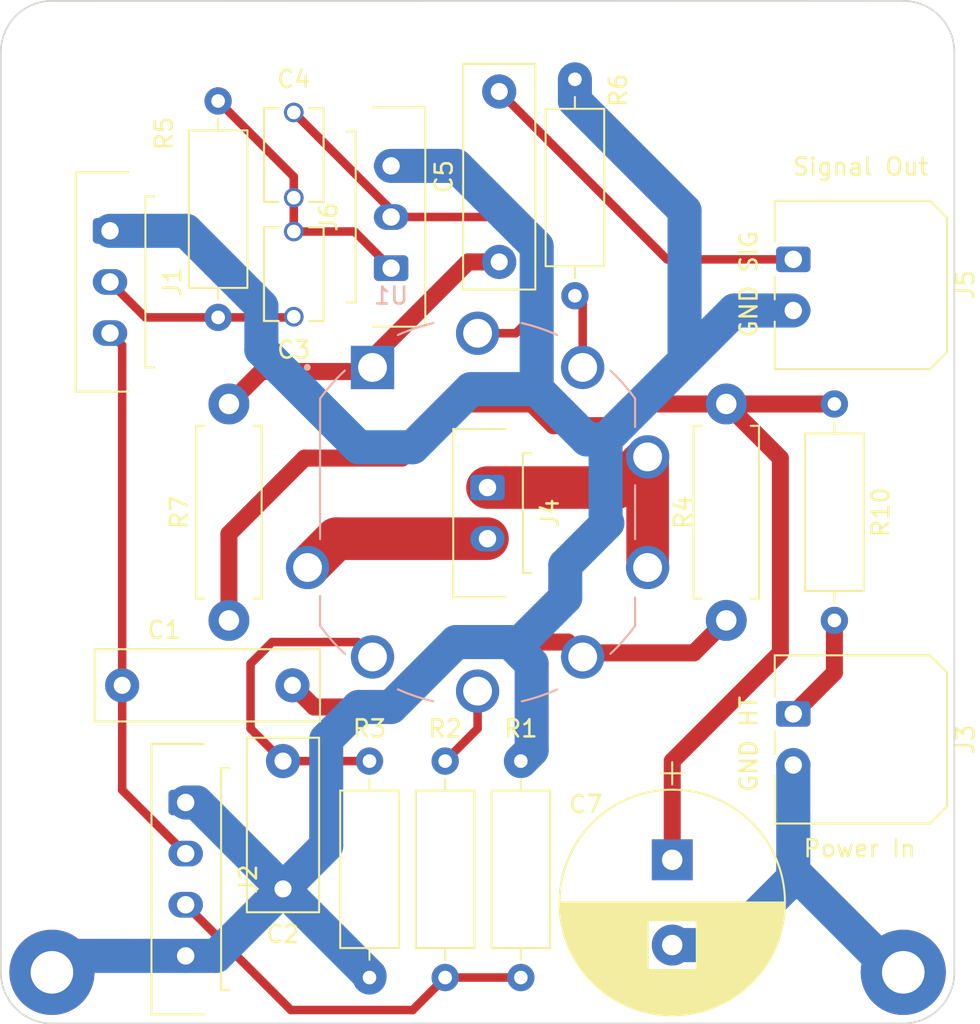
<source format=kicad_pcb>
(kicad_pcb (version 20221018) (generator pcbnew)
  (title_block (title "Gain Module 1") (date "2024-05-30"))
  (layers (0 "F.Cu" signal) (31 "B.Cu" signal) (34 "B.Paste" user) (35 "F.Paste" user) (36 "B.SilkS" user "B.Silkscreen") (37 "F.SilkS" user "F.Silkscreen") (38 "B.Mask" user) (39 "F.Mask" user) (44 "Edge.Cuts" user))
  (net 0 "")
  (net 1 "Net-(J1-Pin_3)")
  (net 2 "Net-(U1A-A)")
  (net 3 "Net-(U1A-K)")
  (net 4 "GND")
  (net 5 "Net-(J1-Pin_2)")
  (net 6 "Net-(J6-Pin_1)")
  (net 7 "Net-(J6-Pin_2)")
  (net 8 "Net-(U1B-A)")
  (net 9 "Net-(J5-Pin_1)")
  (net 10 "HT")
  (net 11 "GND1")
  (net 12 "Net-(J2-Pin_3)")
  (net 13 "Net-(J3-Pin_1)")
  (net 14 "Net-(J4-Pin_1)")
  (net 15 "Net-(J4-Pin_2)")
  (net 16 "Net-(U1A-G)")
  (net 17 "Net-(U1B-K)")
  (footprint "CustomFootprints:FG26 Cap" (layer "F.Cu") (at 132.715 72.39 90)
    (fp_text reference "C3" (at -4.445 0 180) (layer "F.SilkS"))
    (fp_text value "470p")
    (pad "1" thru_hole circle (at -2.5 0 90) (size 1.15 1.15) (drill 0.8) (layers "*.Cu" "*.Mask") (net 5 "Net-(J1-Pin_2)"))
    (pad "2" thru_hole circle (at 2.5 0 90) (size 1.15 1.15) (drill 0.8) (layers "*.Cu" "*.Mask") (net 6 "Net-(J6-Pin_1)"))
  )
  (footprint "MountingHole:MountingHole_2.5mm" (layer "F.Cu") (at 118.51 59.36)
    (fp_text reference "REF**" hide)
    (fp_text value "MountingHole_2.5mm" hide)
    (pad "" np_thru_hole circle (at 0 0) (size 2.5 2.5) (drill 2.5) (layers "F&B.Cu" "*.Mask"))
  )
  (footprint "Capacitor_THT:C_Rect_L13.0mm_W4.0mm_P10.00mm_FKS3_FKP3_MKS4" (layer "F.Cu") (at 144.78 71.675 90)
    (fp_text reference "C5" (at 5 -3.25 90) (layer "F.SilkS"))
    (fp_text value "22n")
    (pad "1" thru_hole circle (at 0 0 90) (size 2 2) (drill 1) (layers "*.Cu" "*.Mask") (net 8 "Net-(U1B-A)"))
    (pad "2" thru_hole circle (at 10 0 90) (size 2 2) (drill 1) (layers "*.Cu" "*.Mask") (net 9 "Net-(J5-Pin_1)"))
  )
  (footprint "CustomFootprints:FG26 Cap" (layer "F.Cu") (at 132.715 65.405 90)
    (fp_text reference "C4" (at 4.445 0 180) (layer "F.SilkS"))
    (fp_text value "1n")
    (pad "1" thru_hole circle (at -2.5 0 90) (size 1.15 1.15) (drill 0.8) (layers "*.Cu" "*.Mask") (net 6 "Net-(J6-Pin_1)"))
    (pad "2" thru_hole circle (at 2.5 0 90) (size 1.15 1.15) (drill 0.8) (layers "*.Cu" "*.Mask") (net 7 "Net-(J6-Pin_2)"))
  )
  (footprint "Resistor_THT:R_Axial_DIN0411_L9.9mm_D3.6mm_P12.70mm_Horizontal" (layer "F.Cu") (at 158.115 80.01 -90)
    (fp_text reference "R4" (at 6.35 2.54 -90) (layer "F.SilkS"))
    (fp_text value "100K")
    (pad "1" thru_hole circle (at 0 0 270) (size 2.4 2.4) (drill 1.2) (layers "*.Cu" "*.Mask") (net 10 "HT"))
    (pad "2" thru_hole oval (at 12.7 0 270) (size 2.4 2.4) (drill 1.2) (layers "*.Cu" "*.Mask") (net 2 "Net-(U1A-A)"))
  )
  (footprint "Resistor_THT:R_Axial_DIN0309_L9.0mm_D3.2mm_P12.70mm_Horizontal" (layer "F.Cu") (at 146.05 100.965 -90)
    (fp_text reference "R1" (at -1.905 0 -180) (layer "F.SilkS"))
    (fp_text value "1M")
    (pad "1" thru_hole circle (at 0 0 270) (size 1.6 1.6) (drill 0.8) (layers "*.Cu" "*.Mask") (net 4 "GND"))
    (pad "2" thru_hole oval (at 12.7 0 270) (size 1.6 1.6) (drill 0.8) (layers "*.Cu" "*.Mask") (net 12 "Net-(J2-Pin_3)"))
  )
  (footprint "CustomFootprints:Molex_Micro-Fit_3.0_43650-0200_1x02_P3.00mm_Horizontal" (layer "F.Cu") (at 162.05 98.195 -90)
    (fp_text reference "J3" (at 1.5 -10.12 -90) (layer "F.SilkS"))
    (fp_text value "HV")
    (pad "" np_thru_hole circle (at 1.5 -4.32 270) (size 3 3) (drill 3) (layers "*.Cu" "*.Mask"))
    (pad "1" thru_hole roundrect (at 0 0 270) (size 1.5 2.02) (drill 1.02) (layers "*.Cu" "*.Mask") (roundrect_rratio 0.166667) (net 13 "Net-(J3-Pin_1)"))
    (pad "2" thru_hole oval (at 3 0 270) (size 1.5 2.02) (drill 1.02) (layers "*.Cu" "*.Mask") (net 11 "GND1"))
  )
  (footprint "Capacitor_THT:CP_Radial_D13.0mm_P5.00mm" (layer "F.Cu") (at 154.94 106.76 -90)
    (fp_text reference "C7" (at -3.255 5.08) (layer "F.SilkS"))
    (fp_text value "20uF")
    (pad "1" thru_hole rect (at 0 0 270) (size 2.4 2.4) (drill 1.2) (layers "*.Cu" "*.Mask") (net 10 "HT"))
    (pad "2" thru_hole circle (at 5 0 270) (size 2.4 2.4) (drill 1.2) (layers "*.Cu" "*.Mask") (net 11 "GND1"))
  )
  (footprint "CustomFootprints:Molex_Micro-Fit_3.0_43650-0315_1x03_P3.00mm_Vertical" (layer "F.Cu") (at 121.92 69.85 -90)
    (fp_text reference "J1" (at 3 -3.67 -90) (layer "F.SilkS"))
    (fp_text value "Low Jack")
    (pad "" np_thru_hole circle (at -3 -1.96 270) (size 1.27 1.27) (drill 1.27) (layers "*.Cu" "*.Mask"))
    (pad "" np_thru_hole circle (at 9 -1.96 270) (size 1.27 1.27) (drill 1.27) (layers "*.Cu" "*.Mask"))
    (pad "1" thru_hole roundrect (at 0 0 270) (size 1.5 2.02) (drill 1.02) (layers "*.Cu" "*.Mask") (roundrect_rratio 0.166667) (net 4 "GND"))
    (pad "2" thru_hole oval (at 3 0 270) (size 1.5 2.02) (drill 1.02) (layers "*.Cu" "*.Mask") (net 5 "Net-(J1-Pin_2)"))
    (pad "3" thru_hole oval (at 6 0 270) (size 1.5 2.02) (drill 1.02) (layers "*.Cu" "*.Mask") (net 1 "Net-(J1-Pin_3)"))
  )
  (footprint "CustomFootprints:Molex_Micro-Fit_3.0_43650-0315_1x03_P3.00mm_Vertical" (layer "F.Cu") (at 138.43 72.04 90)
    (fp_text reference "J6" (at 3 -3.67 90) (layer "F.SilkS"))
    (fp_text value "Vol")
    (pad "" np_thru_hole circle (at -3 -1.96 90) (size 1.27 1.27) (drill 1.27) (layers "*.Cu" "*.Mask"))
    (pad "" np_thru_hole circle (at 9 -1.96 90) (size 1.27 1.27) (drill 1.27) (layers "*.Cu" "*.Mask"))
    (pad "1" thru_hole roundrect (at 0 0 90) (size 1.5 2.02) (drill 1.02) (layers "*.Cu" "*.Mask") (roundrect_rratio 0.166667) (net 6 "Net-(J6-Pin_1)"))
    (pad "2" thru_hole oval (at 3 0 90) (size 1.5 2.02) (drill 1.02) (layers "*.Cu" "*.Mask") (net 7 "Net-(J6-Pin_2)"))
    (pad "3" thru_hole oval (at 6 0 90) (size 1.5 2.02) (drill 1.02) (layers "*.Cu" "*.Mask") (net 4 "GND"))
  )
  (footprint "Resistor_THT:R_Axial_DIN0309_L9.0mm_D3.2mm_P12.70mm_Horizontal" (layer "F.Cu") (at 149.225 60.96 -90)
    (fp_text reference "R6" (at 0.635 -2.54 -90) (layer "F.SilkS"))
    (fp_text value "10K ")
    (pad "1" thru_hole circle (at 0 0 270) (size 1.6 1.6) (drill 0.8) (layers "*.Cu" "*.Mask") (net 4 "GND"))
    (pad "2" thru_hole oval (at 12.7 0 270) (size 1.6 1.6) (drill 0.8) (layers "*.Cu" "*.Mask") (net 17 "Net-(U1B-K)"))
  )
  (footprint "Resistor_THT:R_Axial_DIN0309_L9.0mm_D3.2mm_P12.70mm_Horizontal" (layer "F.Cu") (at 128.27 62.23 -90)
    (fp_text reference "R5" (at 1.905 3.175 -90) (layer "F.SilkS"))
    (fp_text value "470K")
    (pad "1" thru_hole circle (at 0 0 270) (size 1.6 1.6) (drill 0.8) (layers "*.Cu" "*.Mask") (net 6 "Net-(J6-Pin_1)"))
    (pad "2" thru_hole oval (at 12.7 0 270) (size 1.6 1.6) (drill 0.8) (layers "*.Cu" "*.Mask") (net 5 "Net-(J1-Pin_2)"))
  )
  (footprint "Resistor_THT:R_Axial_DIN0309_L9.0mm_D3.2mm_P12.70mm_Horizontal" (layer "F.Cu") (at 141.605 113.665 90)
    (fp_text reference "R2" (at 14.605 0 180) (layer "F.SilkS"))
    (fp_text value "68K")
    (pad "1" thru_hole circle (at 0 0 90) (size 1.6 1.6) (drill 0.8) (layers "*.Cu" "*.Mask") (net 12 "Net-(J2-Pin_3)"))
    (pad "2" thru_hole oval (at 12.7 0 90) (size 1.6 1.6) (drill 0.8) (layers "*.Cu" "*.Mask") (net 16 "Net-(U1A-G)"))
  )
  (footprint "MountingHole:MountingHole_2.5mm" (layer "F.Cu") (at 168.51 59.36)
    (fp_text reference "REF**" hide)
    (fp_text value "MountingHole_2.5mm" hide)
    (pad "" np_thru_hole circle (at 0 0) (size 2.5 2.5) (drill 2.5) (layers "F&B.Cu" "*.Mask"))
  )
  (footprint "CustomFootprints:Molex_Micro-Fit_3.0_43650-0215_1x02_P3.00mm_Vertical" (layer "F.Cu") (at 144.09 84.915 -90)
    (fp_text reference "J4" (at 1.5 -3.67 -90) (layer "F.SilkS"))
    (fp_text value "Heater")
    (pad "" np_thru_hole circle (at -3 -1.96 270) (size 1.27 1.27) (drill 1.27) (layers "*.Cu" "*.Mask"))
    (pad "" np_thru_hole circle (at 6 -1.96 270) (size 1.27 1.27) (drill 1.27) (layers "*.Cu" "*.Mask"))
    (pad "1" thru_hole roundrect (at 0 0 270) (size 1.5 2.02) (drill 1.02) (layers "*.Cu" "*.Mask") (roundrect_rratio 0.166667) (net 14 "Net-(J4-Pin_1)"))
    (pad "2" thru_hole oval (at 3 0 270) (size 1.5 2.02) (drill 1.02) (layers "*.Cu" "*.Mask") (net 15 "Net-(J4-Pin_2)"))
  )
  (footprint "CustomFootprints:Molex_Micro-Fit_3.0_43650-0200_1x02_P3.00mm_Horizontal" (layer "F.Cu") (at 162.05 71.525 -90)
    (fp_text reference "J5" (at 1.5 -10.12 -90) (layer "F.SilkS"))
    (fp_text value "Signal")
    (pad "" np_thru_hole circle (at 1.5 -4.32 270) (size 3 3) (drill 3) (layers "*.Cu" "*.Mask"))
    (pad "1" thru_hole roundrect (at 0 0 270) (size 1.5 2.02) (drill 1.02) (layers "*.Cu" "*.Mask") (roundrect_rratio 0.166667) (net 9 "Net-(J5-Pin_1)"))
    (pad "2" thru_hole oval (at 3 0 270) (size 1.5 2.02) (drill 1.02) (layers "*.Cu" "*.Mask") (net 4 "GND"))
  )
  (footprint "MountingHole:MountingHole_2.5mm_Pad" (layer "F.Cu") (at 118.51 113.36)
    (fp_text reference "REF**" hide)
    (fp_text value "MountingHole_2.5mm_Pad" hide)
    (pad "1" thru_hole circle (at 0 0) (size 5 5) (drill 2.5) (layers "*.Cu" "*.Mask") (net 4 "GND"))
  )
  (footprint "Capacitor_THT:C_Rect_L10.0mm_W4.0mm_P7.50mm_MKS4" (layer "F.Cu") (at 132.08 100.965 -90)
    (fp_text reference "C2" (at 10.16 0 -180) (layer "F.SilkS"))
    (fp_text value "0.68uF")
    (pad "1" thru_hole circle (at 0 0 270) (size 2 2) (drill 1) (layers "*.Cu" "*.Mask") (net 3 "Net-(U1A-K)"))
    (pad "2" thru_hole circle (at 7.5 0 270) (size 2 2) (drill 1) (layers "*.Cu" "*.Mask") (net 4 "GND"))
  )
  (footprint "Resistor_THT:R_Axial_DIN0309_L9.0mm_D3.2mm_P12.70mm_Horizontal" (layer "F.Cu") (at 164.465 80.01 -90)
    (fp_text reference "R10" (at 6.35 -2.72 90) (layer "F.SilkS"))
    (fp_text value "10K")
    (pad "1" thru_hole circle (at 0 0 270) (size 1.6 1.6) (drill 0.8) (layers "*.Cu" "*.Mask") (net 10 "HT"))
    (pad "2" thru_hole oval (at 12.7 0 270) (size 1.6 1.6) (drill 0.8) (layers "*.Cu" "*.Mask") (net 13 "Net-(J3-Pin_1)"))
  )
  (footprint "Resistor_THT:R_Axial_DIN0309_L9.0mm_D3.2mm_P12.70mm_Horizontal" (layer "F.Cu") (at 137.16 113.665 90)
    (fp_text reference "R3" (at 14.605 0 180) (layer "F.SilkS"))
    (fp_text value "2K7 ")
    (pad "1" thru_hole circle (at 0 0 90) (size 1.6 1.6) (drill 0.8) (layers "*.Cu" "*.Mask") (net 4 "GND"))
    (pad "2" thru_hole oval (at 12.7 0 90) (size 1.6 1.6) (drill 0.8) (layers "*.Cu" "*.Mask") (net 3 "Net-(U1A-K)"))
  )
  (footprint "Resistor_THT:R_Axial_DIN0411_L9.9mm_D3.6mm_P12.70mm_Horizontal" (layer "F.Cu") (at 128.905 92.71 90)
    (fp_text reference "R7" (at 6.35 -2.92 90) (layer "F.SilkS"))
    (fp_text value "100K")
    (pad "1" thru_hole circle (at 0 0 90) (size 2.4 2.4) (drill 1.2) (layers "*.Cu" "*.Mask") (net 10 "HT"))
    (pad "2" thru_hole oval (at 12.7 0 90) (size 2.4 2.4) (drill 1.2) (layers "*.Cu" "*.Mask") (net 8 "Net-(U1B-A)"))
  )
  (footprint "Capacitor_THT:C_Rect_L13.0mm_W4.0mm_P10.00mm_FKS3_FKP3_MKS4" (layer "F.Cu") (at 122.635 96.52)
    (fp_text reference "C1" (at 2.46 -3.25) (layer "F.SilkS"))
    (fp_text value "22n")
    (pad "1" thru_hole circle (at 0 0) (size 2 2) (drill 1) (layers "*.Cu" "*.Mask") (net 1 "Net-(J1-Pin_3)"))
    (pad "2" thru_hole circle (at 10 0) (size 2 2) (drill 1) (layers "*.Cu" "*.Mask") (net 2 "Net-(U1A-A)"))
  )
  (footprint "CustomFootprints:Molex_Micro-Fit_3.0_43650-0415_1x04_P3.00mm_Vertical" (layer "F.Cu") (at 126.365 103.395 -90)
    (fp_text reference "J2" (at 4.5 -3.67 -90) (layer "F.SilkS"))
    (fp_text value "High Jack")
    (pad "" np_thru_hole circle (at -3 -1.96 270) (size 1.27 1.27) (drill 1.27) (layers "*.Cu" "*.Mask"))
    (pad "" np_thru_hole circle (at 12 -1.96 270) (size 1.27 1.27) (drill 1.27) (layers "*.Cu" "*.Mask"))
    (pad "1" thru_hole roundrect (at 0 0 270) (size 1.5 2.02) (drill 1.02) (layers "*.Cu" "*.Mask") (roundrect_rratio 0.166667) (net 4 "GND"))
    (pad "2" thru_hole oval (at 3 0 270) (size 1.5 2.02) (drill 1.02) (layers "*.Cu" "*.Mask") (net 1 "Net-(J1-Pin_3)"))
    (pad "3" thru_hole oval (at 6 0 270) (size 1.5 2.02) (drill 1.02) (layers "*.Cu" "*.Mask") (net 12 "Net-(J2-Pin_3)"))
    (pad "4" thru_hole oval (at 9 0 270) (size 1.5 2.02) (drill 1.02) (layers "*.Cu" "*.Mask") (net 4 "GND"))
  )
  (footprint "MountingHole:MountingHole_2.5mm_Pad" (layer "F.Cu") (at 168.51 113.36)
    (fp_text reference "REF**" hide)
    (fp_text value "MountingHole_2.5mm_Pad" hide)
    (pad "1" thru_hole circle (at 0 0) (size 5 5) (drill 2.5) (layers "*.Cu" "*.Mask") (net 11 "GND1"))
  )
  (footprint "CustomFootprints:BELTON_VT9-PT" (layer "B.Cu") (at 143.51 86.36 180)
    (fp_text reference "U1" (at 5.08 12.7) (layer "B.SilkS") (effects (justify mirror)))
    (fp_text value "ECC83")
    (pad "1" thru_hole rect (at 6.1717 8.4946 180) (size 2.54 2.54) (drill 1.69) (layers "*.Cu" "*.Mask") (net 8 "Net-(U1B-A)"))
    (pad "2" thru_hole circle (at 0 10.5 180) (size 2.54 2.54) (drill 1.69) (layers "*.Cu" "*.Mask") (net 7 "Net-(J6-Pin_2)"))
    (pad "3" thru_hole circle (at -6.1717 8.4946 180) (size 2.54 2.54) (drill 1.69) (layers "*.Cu" "*.Mask") (net 17 "Net-(U1B-K)"))
    (pad "4" thru_hole circle (at -9.986 3.2446 180) (size 2.54 2.54) (drill 1.69) (layers "*.Cu" "*.Mask") (net 14 "Net-(J4-Pin_1)"))
    (pad "5" thru_hole circle (at -9.986 -3.2446 180) (size 2.54 2.54) (drill 1.69) (layers "*.Cu" "*.Mask") (net 14 "Net-(J4-Pin_1)"))
    (pad "6" thru_hole circle (at -6.1717 -8.4946 180) (size 2.54 2.54) (drill 1.69) (layers "*.Cu" "*.Mask") (net 2 "Net-(U1A-A)"))
    (pad "7" thru_hole circle (at 0 -10.5 180) (size 2.54 2.54) (drill 1.69) (layers "*.Cu" "*.Mask") (net 16 "Net-(U1A-G)"))
    (pad "8" thru_hole circle (at 6.1717 -8.4946 180) (size 2.54 2.54) (drill 1.69) (layers "*.Cu" "*.Mask") (net 3 "Net-(U1A-K)"))
    (pad "9" thru_hole circle (at 9.986 -3.2446 180) (size 2.54 2.54) (drill 1.69) (layers "*.Cu" "*.Mask") (net 15 "Net-(J4-Pin_2)"))
  )
  (gr_arc (start 171.51 113.36) (mid 170.63132 115.48132) (end 168.51 116.36) (stroke (width 0.1)) (layer "Edge.Cuts"))
  (gr_line (start 171.51 59.36) (end 171.51 113.36) (stroke (width 0.1)) (layer "Edge.Cuts"))
  (gr_arc (start 168.51 56.36) (mid 170.63132 57.23868) (end 171.51 59.36) (stroke (width 0.1)) (layer "Edge.Cuts"))
  (gr_line (start 118.51 56.364092) (end 168.51 56.355908) (stroke (width 0.1)) (layer "Edge.Cuts"))
  (gr_line (start 115.51 59.36) (end 115.51 113.36) (stroke (width 0.1)) (layer "Edge.Cuts"))
  (gr_arc (start 115.51 59.36) (mid 116.38868 57.23868) (end 118.51 56.36) (stroke (width 0.1)) (layer "Edge.Cuts"))
  (gr_arc (start 118.51 116.36) (mid 116.38868 115.48132) (end 115.51 113.36) (stroke (width 0.1)) (layer "Edge.Cuts"))
  (gr_line (start 168.51 116.36) (end 118.51 116.36) (stroke (width 0.1)) (layer "Edge.Cuts"))
  (gr_text "SIG" (at 160.02 72.39 90) (layer "F.SilkS") (effects (font (size 1 1)) (justify left bottom)))
  (gr_text "GND" (at 160.02 102.87 90) (layer "F.SilkS") (effects (font (size 1 1)) (justify left bottom)))
  (gr_text "Power In" (at 162.56 106.68) (layer "F.SilkS") (effects (font (size 1 1)) (justify left bottom)))
  (gr_text "GND" (at 160.02 76.2 90) (layer "F.SilkS") (effects (font (size 1 1)) (justify left bottom)))
  (gr_text "HT" (at 160.02 99.06 90) (layer "F.SilkS") (effects (font (size 1 1)) (justify left bottom)))
  (gr_text "Signal Out" (at 161.925 66.675) (layer "F.SilkS") (effects (font (size 1 1)) (justify left bottom)))
  (segment (start 126.365 106.395) (end 122.635 102.665) (width 0.5) (layer "F.Cu") (net 1))
  (segment (start 122.635 76.565) (end 121.92 75.85) (width 0.5) (layer "F.Cu") (net 1))
  (segment (start 122.635 102.665) (end 122.635 96.52) (width 0.5) (layer "F.Cu") (net 1))
  (segment (start 122.635 96.52) (end 122.635 76.565) (width 0.5) (layer "F.Cu") (net 1))
  (segment (start 158.115 92.71) (end 156.21 94.615) (width 1) (layer "F.Cu") (net 2))
  (segment (start 156.21 94.615) (end 149.9213 94.615) (width 1) (layer "F.Cu") (net 2))
  (segment (start 142.24 93.98) (end 138.43 97.79) (width 1) (layer "F.Cu") (net 2))
  (segment (start 149.9213 94.615) (end 149.6817 94.8546) (width 1) (layer "F.Cu") (net 2))
  (segment (start 149.6817 94.8546) (end 148.8071 93.98) (width 1) (layer "F.Cu") (net 2))
  (segment (start 133.905 97.79) (end 132.635 96.52) (width 1) (layer "F.Cu") (net 2))
  (segment (start 148.8071 93.98) (end 142.24 93.98) (width 1) (layer "F.Cu") (net 2))
  (segment (start 138.43 97.79) (end 133.905 97.79) (width 1) (layer "F.Cu") (net 2))
  (segment (start 131.445 93.98) (end 136.4637 93.98) (width 0.5) (layer "F.Cu") (net 3))
  (segment (start 132.08 100.965) (end 130.175 99.06) (width 0.5) (layer "F.Cu") (net 3))
  (segment (start 132.08 100.965) (end 137.16 100.965) (width 0.5) (layer "F.Cu") (net 3))
  (segment (start 130.175 99.06) (end 130.175 95.25) (width 0.5) (layer "F.Cu") (net 3))
  (segment (start 130.175 95.25) (end 131.445 93.98) (width 0.5) (layer "F.Cu") (net 3))
  (segment (start 136.4637 93.98) (end 137.3383 94.8546) (width 0.5) (layer "F.Cu") (net 3))
  (segment (start 121.92 69.39) (end 122.73 69.39) (width 0.5) (layer "F.Cu") (net 4))
  (segment (start 146.685 95.25) (end 146.685 100.33) (width 2) (layer "B.Cu") (net 4))
  (segment (start 127.01 103.395) (end 132.08 108.465) (width 2) (layer "B.Cu") (net 4))
  (segment (start 155.665 68.67) (end 155.665 77.453292) (width 2) (layer "B.Cu") (net 4))
  (segment (start 126.365 103.395) (end 127.01 103.395) (width 2) (layer "B.Cu") (net 4))
  (segment (start 137.16 113.665) (end 137.16 113.545) (width 2) (layer "B.Cu") (net 4))
  (segment (start 151.13 86.995) (end 148.658592 89.466408) (width 2) (layer "B.Cu") (net 4))
  (segment (start 132.08 108.465) (end 134.62 105.925) (width 2) (layer "B.Cu") (net 4))
  (segment (start 146.98 70.76373) (end 146.98 79.139) (width 2) (layer "B.Cu") (net 4))
  (segment (start 146.98 79.139) (end 149.933292 82.092292) (width 2) (layer "B.Cu") (net 4))
  (segment (start 128.15 112.395) (end 132.08 108.465) (width 2) (layer "B.Cu") (net 4))
  (segment (start 149.225 60.96) (end 149.225 62.23) (width 2) (layer "B.Cu") (net 4))
  (segment (start 134.62 99.695) (end 136.525 97.79) (width 2) (layer "B.Cu") (net 4))
  (segment (start 146.05 93.98) (end 146.05 94.615) (width 2) (layer "B.Cu") (net 4))
  (segment (start 138.43 97.79) (end 142.24 93.98) (width 2) (layer "B.Cu") (net 4))
  (segment (start 146.05 94.615) (end 146.685 95.25) (width 2) (layer "B.Cu") (net 4))
  (segment (start 137.16 113.545) (end 132.08 108.465) (width 2) (layer "B.Cu") (net 4))
  (segment (start 130.81 76.835) (end 136.525 82.55) (width 2) (layer "B.Cu") (net 4))
  (segment (start 136.525 82.55) (end 139.7 82.55) (width 2) (layer "B.Cu") (net 4))
  (segment (start 139.7 82.55) (end 143.111 79.139) (width 2) (layer "B.Cu") (net 4))
  (segment (start 142.25627 66.04) (end 146.98 70.76373) (width 2) (layer "B.Cu") (net 4))
  (segment (start 145.415 93.98) (end 146.05 94.615) (width 2) (layer "B.Cu") (net 4))
  (segment (start 155.665 77.453292) (end 158.593292 74.525) (width 2) (layer "B.Cu") (net 4))
  (segment (start 142.24 93.98) (end 145.415 93.98) (width 2) (layer "B.Cu") (net 4))
  (segment (start 149.933292 82.092292) (end 151.026 82.092292) (width 2) (layer "B.Cu") (net 4))
  (segment (start 151.026 86.891) (end 151.13 86.995) (width 2) (layer "B.Cu") (net 4))
  (segment (start 138.43 66.04) (end 142.25627 66.04) (width 2) (layer "B.Cu") (net 4))
  (segment (start 151.026 82.092292) (end 151.026 86.891) (width 2) (layer "B.Cu") (net 4))
  (segment (start 134.62 105.925) (end 134.62 99.695) (width 2) (layer "B.Cu") (net 4))
  (segment (start 126.365 112.395) (end 128.15 112.395) (width 2) (layer "B.Cu") (net 4))
  (segment (start 121.92 69.85) (end 126.389999 69.85) (width 2) (layer "B.Cu") (net 4))
  (segment (start 126.389999 69.85) (end 130.81 74.270001) (width 2) (layer "B.Cu") (net 4))
  (segment (start 155.665 77.453292) (end 151.026 82.092292) (width 2) (layer "B.Cu") (net 4))
  (segment (start 130.81 74.270001) (end 130.81 76.835) (width 2) (layer "B.Cu") (net 4))
  (segment (start 126.365 112.395) (end 120.015 112.395) (width 2) (layer "B.Cu") (net 4))
  (segment (start 158.593292 74.525) (end 162.05 74.525) (width 2) (layer "B.Cu") (net 4))
  (segment (start 148.658592 91.371408) (end 146.05 93.98) (width 2) (layer "B.Cu") (net 4))
  (segment (start 148.658592 89.466408) (end 148.658592 91.371408) (width 2) (layer "B.Cu") (net 4))
  (segment (start 136.525 97.79) (end 138.43 97.79) (width 2) (layer "B.Cu") (net 4))
  (segment (start 143.111 79.139) (end 146.98 79.139) (width 2) (layer "B.Cu") (net 4))
  (segment (start 120.015 112.395) (end 118.745 113.665) (width 2) (layer "B.Cu") (net 4))
  (segment (start 152.4 65.405) (end 155.665 68.67) (width 2) (layer "B.Cu") (net 4))
  (segment (start 146.685 100.33) (end 146.05 100.965) (width 2) (layer "B.Cu") (net 4))
  (segment (start 149.225 62.23) (end 152.4 65.405) (width 2) (layer "B.Cu") (net 4))
  (segment (start 128.27 74.93) (end 132.675 74.93) (width 0.5) (layer "F.Cu") (net 5))
  (segment (start 132.675 74.93) (end 132.715 74.89) (width 0.5) (layer "F.Cu") (net 5))
  (segment (start 128.27 74.93) (end 124 74.93) (width 0.5) (layer "F.Cu") (net 5))
  (segment (start 124 74.93) (end 121.92 72.85) (width 0.5) (layer "F.Cu") (net 5))
  (segment (start 132.715 67.905) (end 132.715 66.675) (width 0.5) (layer "F.Cu") (net 6))
  (segment (start 132.715 66.675) (end 128.27 62.23) (width 0.5) (layer "F.Cu") (net 6))
  (segment (start 136.28 69.89) (end 138.43 72.04) (width 0.5) (layer "F.Cu") (net 6))
  (segment (start 132.715 69.89) (end 136.28 69.89) (width 0.5) (layer "F.Cu") (net 6))
  (segment (start 132.715 69.89) (end 132.715 67.905) (width 0.5) (layer "F.Cu") (net 6))
  (segment (start 132.715 62.905) (end 138.43 68.62) (width 0.5) (layer "F.Cu") (net 7))
  (segment (start 145.875 69.04) (end 147.32 70.485) (width 0.5) (layer "F.Cu") (net 7))
  (segment (start 147.32 70.485) (end 147.32 74.295) (width 0.5) (layer "F.Cu") (net 7))
  (segment (start 138.43 68.62) (end 138.43 69.04) (width 0.5) (layer "F.Cu") (net 7))
  (segment (start 138.43 69.04) (end 145.875 69.04) (width 0.5) (layer "F.Cu") (net 7))
  (segment (start 145.755 75.86) (end 143.51 75.86) (width 0.5) (layer "F.Cu") (net 7))
  (segment (start 147.32 74.295) (end 145.755 75.86) (width 0.5) (layer "F.Cu") (net 7))
  (segment (start 142.955 71.675) (end 144.78 71.675) (width 1) (layer "F.Cu") (net 8))
  (segment (start 137.0987 78.105) (end 137.3383 77.8654) (width 1) (layer "F.Cu") (net 8))
  (segment (start 130.81 78.105) (end 137.0987 78.105) (width 1) (layer "F.Cu") (net 8))
  (segment (start 137.3383 77.8654) (end 137.3383 77.2917) (width 1) (layer "F.Cu") (net 8))
  (segment (start 137.3383 77.2917) (end 142.955 71.675) (width 1) (layer "F.Cu") (net 8))
  (segment (start 128.905 80.01) (end 130.81 78.105) (width 1) (layer "F.Cu") (net 8))
  (segment (start 154.63 71.525) (end 162.05 71.525) (width 0.5) (layer "F.Cu") (net 9))
  (segment (start 144.78 61.675) (end 154.63 71.525) (width 0.5) (layer "F.Cu") (net 9))
  (segment (start 161.29 83.185) (end 161.29 94.615) (width 1) (layer "F.Cu") (net 10))
  (segment (start 128.905 87.63) (end 128.905 92.71) (width 1) (layer "F.Cu") (net 10))
  (segment (start 161.29 94.615) (end 154.94 100.965) (width 1) (layer "F.Cu") (net 10))
  (segment (start 133.35 83.185) (end 128.905 87.63) (width 1) (layer "F.Cu") (net 10))
  (segment (start 146.685 80.01) (end 142.24 80.01) (width 1) (layer "F.Cu") (net 10))
  (segment (start 152.4 80.01) (end 151.13 81.28) (width 1) (layer "F.Cu") (net 10))
  (segment (start 142.24 80.01) (end 139.065 83.185) (width 1) (layer "F.Cu") (net 10))
  (segment (start 158.115 80.01) (end 161.29 83.185) (width 1) (layer "F.Cu") (net 10))
  (segment (start 158.115 80.01) (end 152.4 80.01) (width 1) (layer "F.Cu") (net 10))
  (segment (start 147.955 81.28) (end 146.685 80.01) (width 1) (layer "F.Cu") (net 10))
  (segment (start 158.115 80.01) (end 164.465 80.01) (width 1) (layer "F.Cu") (net 10))
  (segment (start 154.94 100.965) (end 154.94 106.76) (width 1) (layer "F.Cu") (net 10))
  (segment (start 151.13 81.28) (end 147.955 81.28) (width 1) (layer "F.Cu") (net 10))
  (segment (start 139.065 83.185) (end 133.35 83.185) (width 1) (layer "F.Cu") (net 10))
  (segment (start 162.05 101.195) (end 162.05 104.159785) (width 2) (layer "B.Cu") (net 11))
  (segment (start 158.115 111.76) (end 154.94 111.76) (width 2) (layer "B.Cu") (net 11))
  (segment (start 162.05 107.44) (end 168.275 113.665) (width 2) (layer "B.Cu") (net 11))
  (segment (start 162.05 104.159785) (end 162.05 107.44) (width 2) (layer "B.Cu") (net 11))
  (segment (start 162.05 107.44) (end 162.05 107.825) (width 2) (layer "B.Cu") (net 11))
  (segment (start 162.05 107.825) (end 158.115 111.76) (width 2) (layer "B.Cu") (net 11))
  (segment (start 139.7 115.57) (end 132.54 115.57) (width 0.5) (layer "F.Cu") (net 12))
  (segment (start 141.605 113.665) (end 139.7 115.57) (width 0.5) (layer "F.Cu") (net 12))
  (segment (start 146.05 113.665) (end 141.605 113.665) (width 0.5) (layer "F.Cu") (net 12))
  (segment (start 132.54 115.57) (end 126.365 109.395) (width 0.5) (layer "F.Cu") (net 12))
  (segment (start 164.465 95.78) (end 164.465 92.71) (width 1) (layer "F.Cu") (net 13))
  (segment (start 162.05 98.195) (end 164.465 95.78) (width 1) (layer "F.Cu") (net 13))
  (segment (start 151.6964 84.915) (end 153.496 83.1154) (width 2.5) (layer "F.Cu") (net 14))
  (segment (start 153.496 83.1154) (end 153.496 89.6046) (width 2.5) (layer "F.Cu") (net 14))
  (segment (start 144.09 84.915) (end 151.6964 84.915) (width 2.5) (layer "F.Cu") (net 14))
  (segment (start 135.2136 87.915) (end 133.524 89.6046) (width 2.5) (layer "F.Cu") (net 15))
  (segment (start 144.09 87.915) (end 135.2136 87.915) (width 2.5) (layer "F.Cu") (net 15))
  (segment (start 143.51 99.06) (end 141.605 100.965) (width 0.5) (layer "F.Cu") (net 16))
  (segment (start 143.51 96.86) (end 143.51 99.06) (width 0.5) (layer "F.Cu") (net 16))
  (segment (start 149.6817 77.8654) (end 149.6817 74.1167) (width 0.5) (layer "F.Cu") (net 17))
  (segment (start 149.6817 74.1167) (end 149.225 73.66) (width 0.5) (layer "F.Cu") (net 17))
)
</source>
